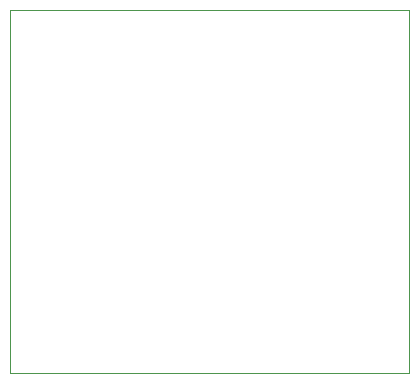
<source format=gbr>
G04 #@! TF.GenerationSoftware,KiCad,Pcbnew,5.1.5-52549c5~84~ubuntu18.04.1*
G04 #@! TF.CreationDate,2020-01-11T02:19:33-08:00*
G04 #@! TF.ProjectId,Programmer,50726f67-7261-46d6-9d65-722e6b696361,rev?*
G04 #@! TF.SameCoordinates,Original*
G04 #@! TF.FileFunction,Profile,NP*
%FSLAX46Y46*%
G04 Gerber Fmt 4.6, Leading zero omitted, Abs format (unit mm)*
G04 Created by KiCad (PCBNEW 5.1.5-52549c5~84~ubuntu18.04.1) date 2020-01-11 02:19:33*
%MOMM*%
%LPD*%
G04 APERTURE LIST*
%ADD10C,0.050000*%
G04 APERTURE END LIST*
D10*
X115062000Y-75692000D02*
X81280000Y-75692000D01*
X115062000Y-44958000D02*
X115062000Y-75692000D01*
X81280000Y-44958000D02*
X115062000Y-44958000D01*
X81280000Y-75692000D02*
X81280000Y-44958000D01*
M02*

</source>
